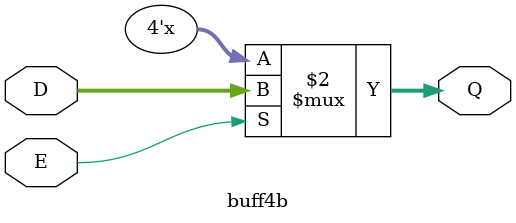
<source format=v>


module buff4b(input E, input[3:0]D, output [3:0]Q);

  assign Q = E == 1 ? D:4'bz;

endmodule

</source>
